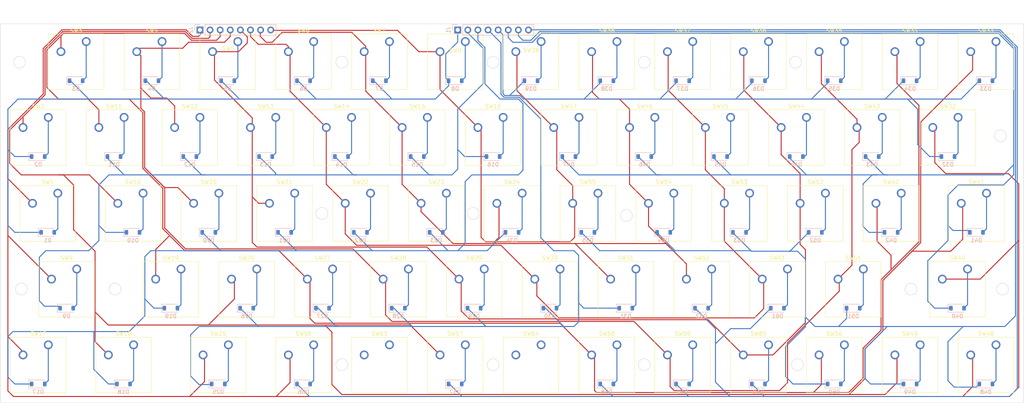
<source format=kicad_pcb>
(kicad_pcb (version 20221018) (generator pcbnew)

  (general
    (thickness 1.6)
  )

  (paper "A3")
  (layers
    (0 "F.Cu" signal)
    (31 "B.Cu" signal)
    (32 "B.Adhes" user "B.Adhesive")
    (33 "F.Adhes" user "F.Adhesive")
    (34 "B.Paste" user)
    (35 "F.Paste" user)
    (36 "B.SilkS" user "B.Silkscreen")
    (37 "F.SilkS" user "F.Silkscreen")
    (38 "B.Mask" user)
    (39 "F.Mask" user)
    (40 "Dwgs.User" user "User.Drawings")
    (41 "Cmts.User" user "User.Comments")
    (42 "Eco1.User" user "User.Eco1")
    (43 "Eco2.User" user "User.Eco2")
    (44 "Edge.Cuts" user)
    (45 "Margin" user)
    (46 "B.CrtYd" user "B.Courtyard")
    (47 "F.CrtYd" user "F.Courtyard")
    (48 "B.Fab" user)
    (49 "F.Fab" user)
    (50 "User.1" user)
    (51 "User.2" user)
    (52 "User.3" user)
    (53 "User.4" user)
    (54 "User.5" user)
    (55 "User.6" user)
    (56 "User.7" user)
    (57 "User.8" user)
    (58 "User.9" user)
  )

  (setup
    (pad_to_mask_clearance 0)
    (pcbplotparams
      (layerselection 0x00010fc_ffffffff)
      (plot_on_all_layers_selection 0x0000000_00000000)
      (disableapertmacros false)
      (usegerberextensions false)
      (usegerberattributes true)
      (usegerberadvancedattributes true)
      (creategerberjobfile true)
      (dashed_line_dash_ratio 12.000000)
      (dashed_line_gap_ratio 3.000000)
      (svgprecision 4)
      (plotframeref false)
      (viasonmask false)
      (mode 1)
      (useauxorigin false)
      (hpglpennumber 1)
      (hpglpenspeed 20)
      (hpglpendiameter 15.000000)
      (dxfpolygonmode true)
      (dxfimperialunits true)
      (dxfusepcbnewfont true)
      (psnegative false)
      (psa4output false)
      (plotreference true)
      (plotvalue true)
      (plotinvisibletext false)
      (sketchpadsonfab false)
      (subtractmaskfromsilk false)
      (outputformat 1)
      (mirror false)
      (drillshape 1)
      (scaleselection 1)
      (outputdirectory "")
    )
  )

  (net 0 "")
  (net 1 "Net-(D1-K)")
  (net 2 "Net-(D1-A)")
  (net 3 "Net-(D10-A)")
  (net 4 "Net-(D10-K)")
  (net 5 "Net-(D17-K)")
  (net 6 "Net-(D17-A)")
  (net 7 "Net-(D25-K)")
  (net 8 "Net-(D25-A)")
  (net 9 "Net-(D32-K)")
  (net 10 "Net-(D33-A)")
  (net 11 "Net-(D40-K)")
  (net 12 "Net-(D41-A)")
  (net 13 "Net-(D48-K)")
  (net 14 "Net-(D49-A)")
  (net 15 "Net-(D56-K)")
  (net 16 "Net-(D56-A)")
  (net 17 "Net-(J2-Pin_1)")
  (net 18 "Net-(J2-Pin_2)")
  (net 19 "Net-(J2-Pin_3)")
  (net 20 "Net-(J2-Pin_4)")
  (net 21 "Net-(J2-Pin_5)")
  (net 22 "Net-(J2-Pin_6)")
  (net 23 "Net-(J2-Pin_7)")
  (net 24 "Net-(J2-Pin_8)")
  (net 25 "unconnected-(SW63-Pad1)")
  (net 26 "unconnected-(SW63-Pad2)")
  (net 27 "unconnected-(SW64-Pad1)")
  (net 28 "unconnected-(SW64-Pad2)")
  (net 29 "Net-(D2-A)")
  (net 30 "Net-(D3-A)")
  (net 31 "Net-(D4-A)")
  (net 32 "Net-(D5-A)")
  (net 33 "Net-(D6-A)")
  (net 34 "Net-(D7-A)")
  (net 35 "Net-(D8-A)")
  (net 36 "Net-(D9-A)")
  (net 37 "Net-(D11-A)")
  (net 38 "Net-(D12-A)")
  (net 39 "Net-(D13-A)")
  (net 40 "Net-(D14-A)")
  (net 41 "Net-(D15-A)")
  (net 42 "Net-(D16-A)")
  (net 43 "Net-(D18-A)")
  (net 44 "Net-(D19-A)")
  (net 45 "Net-(D20-A)")
  (net 46 "Net-(D21-A)")
  (net 47 "Net-(D22-A)")
  (net 48 "Net-(D23-A)")
  (net 49 "Net-(D24-A)")
  (net 50 "Net-(D26-A)")
  (net 51 "Net-(D27-A)")
  (net 52 "Net-(D28-A)")
  (net 53 "Net-(D29-A)")
  (net 54 "Net-(D30-A)")
  (net 55 "Net-(D31-A)")
  (net 56 "Net-(D32-A)")
  (net 57 "Net-(D34-A)")
  (net 58 "Net-(D35-A)")
  (net 59 "Net-(D36-A)")
  (net 60 "Net-(D37-A)")
  (net 61 "Net-(D38-A)")
  (net 62 "Net-(D39-A)")
  (net 63 "Net-(D40-A)")
  (net 64 "Net-(D42-A)")
  (net 65 "Net-(D43-A)")
  (net 66 "Net-(D44-A)")
  (net 67 "Net-(D45-A)")
  (net 68 "Net-(D46-A)")
  (net 69 "Net-(D47-A)")
  (net 70 "Net-(D48-A)")
  (net 71 "Net-(D50-A)")
  (net 72 "Net-(D51-A)")
  (net 73 "Net-(D52-A)")
  (net 74 "Net-(D53-A)")
  (net 75 "Net-(D54-A)")
  (net 76 "Net-(D55-A)")
  (net 77 "Net-(D57-A)")
  (net 78 "Net-(D58-A)")
  (net 79 "Net-(D59-A)")
  (net 80 "Net-(D60-A)")
  (net 81 "Net-(D61-A)")
  (net 82 "Net-(D62-A)")

  (footprint "Button_Switch_Keyboard:SW_Cherry_MX_1.00u_PCB" (layer "F.Cu") (at 285.75 116.36375))

  (footprint "Button_Switch_Keyboard:SW_Cherry_MX_1.00u_PCB" (layer "F.Cu") (at 261.9375 154.46375))

  (footprint "Button_Switch_Keyboard:SW_Cherry_MX_1.00u_PCB" (layer "F.Cu") (at 114.3 116.36375))

  (footprint "Button_Switch_Keyboard:SW_Cherry_MX_1.00u_PCB" (layer "F.Cu") (at 252.4125 135.41375))

  (footprint "Button_Switch_Keyboard:SW_Cherry_MX_1.25u_PCB" (layer "F.Cu") (at 140.49375 173.51375))

  (footprint "Button_Switch_Keyboard:SW_Cherry_MX_1.00u_PCB" (layer "F.Cu") (at 276.225 173.51375))

  (footprint "Button_Switch_Keyboard:SW_Cherry_MX_1.00u_PCB" (layer "F.Cu") (at 257.175 97.31375))

  (footprint "Button_Switch_Keyboard:SW_Cherry_MX_1.00u_PCB" (layer "F.Cu") (at 214.3125 135.41375))

  (footprint "Button_Switch_Keyboard:SW_Cherry_MX_1.00u_PCB" (layer "F.Cu") (at 180.975 97.31375))

  (footprint "Button_Switch_Keyboard:SW_Cherry_MX_1.00u_PCB" (layer "F.Cu") (at 200.025 173.51375))

  (footprint "Button_Switch_Keyboard:SW_Cherry_MX_1.00u_PCB" (layer "F.Cu") (at 200.025 97.31375))

  (footprint "Button_Switch_Keyboard:SW_Cherry_MX_1.00u_PCB" (layer "F.Cu") (at 233.3625 135.41375))

  (footprint "Button_Switch_Keyboard:SW_Cherry_MX_1.00u_PCB" (layer "F.Cu") (at 304.8 116.36375))

  (footprint "Button_Switch_Keyboard:SW_Cherry_MX_1.00u_PCB" (layer "F.Cu") (at 95.25 116.36375))

  (footprint "Button_Switch_Keyboard:SW_Cherry_MX_1.00u_PCB" (layer "F.Cu") (at 295.275 97.31375))

  (footprint "Button_Switch_Keyboard:SW_Cherry_MX_1.00u_PCB" (layer "F.Cu") (at 147.6375 154.46375))

  (footprint "Button_Switch_Keyboard:SW_Cherry_MX_1.00u_PCB" (layer "F.Cu") (at 152.4 116.36375))

  (footprint "Button_Switch_Keyboard:SW_Cherry_MX_1.00u_PCB" (layer "F.Cu") (at 290.5125 135.41375))

  (footprint "Button_Switch_Keyboard:SW_Cherry_MX_1.00u_PCB" (layer "F.Cu") (at 119.0625 135.41375))

  (footprint "Button_Switch_Keyboard:SW_Cherry_MX_1.00u_PCB" (layer "F.Cu") (at 142.875 97.31375))

  (footprint "Button_Switch_Keyboard:SW_Cherry_MX_1.00u_PCB" (layer "F.Cu") (at 276.225 97.31375))

  (footprint "Button_Switch_Keyboard:SW_Cherry_MX_1.00u_PCB" (layer "F.Cu") (at 323.85 116.36375))

  (footprint "Button_Switch_Keyboard:SW_Cherry_MX_1.00u_PCB" (layer "F.Cu") (at 309.5625 135.41375))

  (footprint "Button_Switch_Keyboard:SW_Cherry_MX_1.00u_PCB" (layer "F.Cu") (at 185.7375 154.46375))

  (footprint "Button_Switch_Keyboard:SW_Cherry_MX_1.25u_PCB" (layer "F.Cu") (at 97.63125 135.41375))

  (footprint "Button_Switch_Keyboard:SW_Cherry_MX_1.00u_PCB" (layer "F.Cu") (at 219.075 173.51375))

  (footprint "Button_Switch_Keyboard:SW_Cherry_MX_1.00u_PCB" (layer "F.Cu") (at 280.9875 154.46375))

  (footprint "Button_Switch_Keyboard:SW_Cherry_MX_1.00u_PCB" (layer "F.Cu") (at 204.7875 154.46375))

  (footprint "Button_Switch_Keyboard:SW_Cherry_MX_1.00u_PCB" (layer "F.Cu") (at 300.0375 154.46375))

  (footprint "Button_Switch_Keyboard:SW_Cherry_MX_1.00u_PCB" (layer "F.Cu") (at 247.65 116.36375))

  (footprint "Button_Switch_Keyboard:SW_Cherry_MX_1.00u_PCB" (layer "F.Cu") (at 257.175 173.51375))

  (footprint "Button_Switch_Keyboard:SW_Cherry_MX_1.00u_PCB" (layer "F.Cu") (at 133.35 116.36375))

  (footprint "Button_Switch_Keyboard:SW_Cherry_MX_1.00u_PCB" (layer "F.Cu") (at 161.925 173.51375))

  (footprint "Button_Switch_Keyboard:SW_Cherry_MX_1.00u_PCB" (layer "F.Cu") (at 209.55 116.36375))

  (footprint "Button_Switch_Keyboard:SW_Cherry_MX_1.00u_PCB" (layer "F.Cu") (at 95.25 173.51375))

  (footprint "Button_Switch_Keyboard:SW_Cherry_MX_1.25u_PCB" (layer "F.Cu") (at 330.99375 135.41375))

  (footprint "Button_Switch_Keyboard:SW_Cherry_MX_1.00u_PCB" (layer "F.Cu") (at 128.5875 154.46375))

  (footprint "Button_Switch_Keyboard:SW_Cherry_MX_1.00u_PCB" (layer "F.Cu") (at 333.375 173.51375))

  (footprint "Button_Switch_Keyboard:SW_Cherry_MX_1.00u_PCB" (layer "F.Cu") (at 238.125 97.31375))

  (footprint "Button_Switch_Keyboard:SW_Cherry_MX_1.00u_PCB" (layer "F.Cu") (at 223.8375 154.46375))

  (footprint "Button_Switch_Keyboard:SW_Cherry_MX_1.00u_PCB" (layer "F.Cu") (at 219.075 97.31375))

  (footprint "Button_Switch_Keyboard:SW_Cherry_MX_1.00u_PCB" (layer "F.Cu")
    (tstamp a29d0987-fc1b-479e-89c1-4957eae3384f)
    (at 271.4625 135.41375)
    (descr "Cherry MX keyswitch, 1.00u, PCB mount, http://cherryamericas.com/wp-content/uploads/2014/12/mx_cat.pdf")
    (tags "Cherry MX keyswitch 1.00u PCB")
    (property "Sheetfile" "xantronix-z32.kicad_sch")
    (property "Sheetname" "")
    (property "ki_description" "Push button switch, generic, two pins")
    (property "ki_keywords" "switch normally-open pushbutton push-button")
    (path "/e818bc00-1e8f-44e3-b9f4-0bae43ab4fb8")
    (attr through_hole)
    (fp_text reference "SW53" (at -2.54 -2.794) (layer "F.SilkS")
        (effects (font (size 1 1) (thickness 0.15)))
      (tstamp cb3cf7f9-8c81-468e-8413-26def3be3526)
    )
    (fp_text value "SW_Push" (at -2.54 12.954) (layer "F.Fab")
        (effects (font (size 1 1) (thickness 0.15)))
      (tstamp 5182fbc3-0c7b-453c-aafd-532198d8e30e)
    )
    (fp_text user "${REFERENCE}" (at -2.54 -2.794) (layer "F.Fab")
        (effects (font (size 1 1) (thickness 0.15)))
      (tstamp 68a1dcc7-8161-4f6b-9b42-7c6638961b1c)
    )
    (fp_line (start -9.525 -1.905) (end 4.445 -1.905)
      (stroke (width 0.12) (type solid)) (layer "F.SilkS") (tstamp 08667e8a-8c72-429f-b2e6-5db12ca88ec3))
    (fp_line (start -9.525 12.065) (end -9.525 -1.905)
      (stroke (width 0.12) (type solid)) (layer "F.SilkS") (tstamp 0c747d89-b9cd-4ce8-9ab2-10088c866c2a))
    (fp_line (start 4.445 -1.905) (end 4.445 12.065)
      (stroke (width 0.12) (type solid)) (layer "F.SilkS") (tstamp f19d8e3e-1608-4cbf-9820-4000cc5e77a2))
    (fp_line (start 4.445 12.065) (end -9.525 12.065)
      (stroke (width 0.12) (type solid)) (layer "F.SilkS") (tstamp 4c4f0c93-87ab-4c00-841e-6a65574447aa))
    (fp_line (start -12.065 -4.445) (end 6.985 -4.445)
      (stroke (width 0.15) (type solid)) (layer "Dwgs.User") (tstamp e7e1ea46-d40c-432d-9e55-5a9b96b52741))
    (fp_line (start -12.065 14.605) (end -12.065 -4.445)
      (stroke (width 0.15) (type solid)) (layer "Dwgs.User") (tstamp 8db66b3b-fa37-4c8f-aaa0-111a725d8bc4))
    (fp_line (start 6.985 -4.445) (end 6.985 14.605)
      (stroke (width 0.15) (type solid)) (layer "Dwgs.User") (tstamp b1ad30f7-8a1d-476a-a2c5-5037a5d7450c))
    (fp_line (start 6.985 14.605) (end -12.065 14.605)
      (stroke (width 0.15) (type solid)) (layer "Dwgs.User") (tstamp 4924eca8-f13b-43e7-a3d0-2f8a8208b8df))
    (fp_line (start -9.14 -1.52) (end 4.06 -1.52)
      (stroke (width 0.05) (type solid)) (layer "F.CrtYd") (tstamp 4c571deb-
... [483923 chars truncated]
</source>
